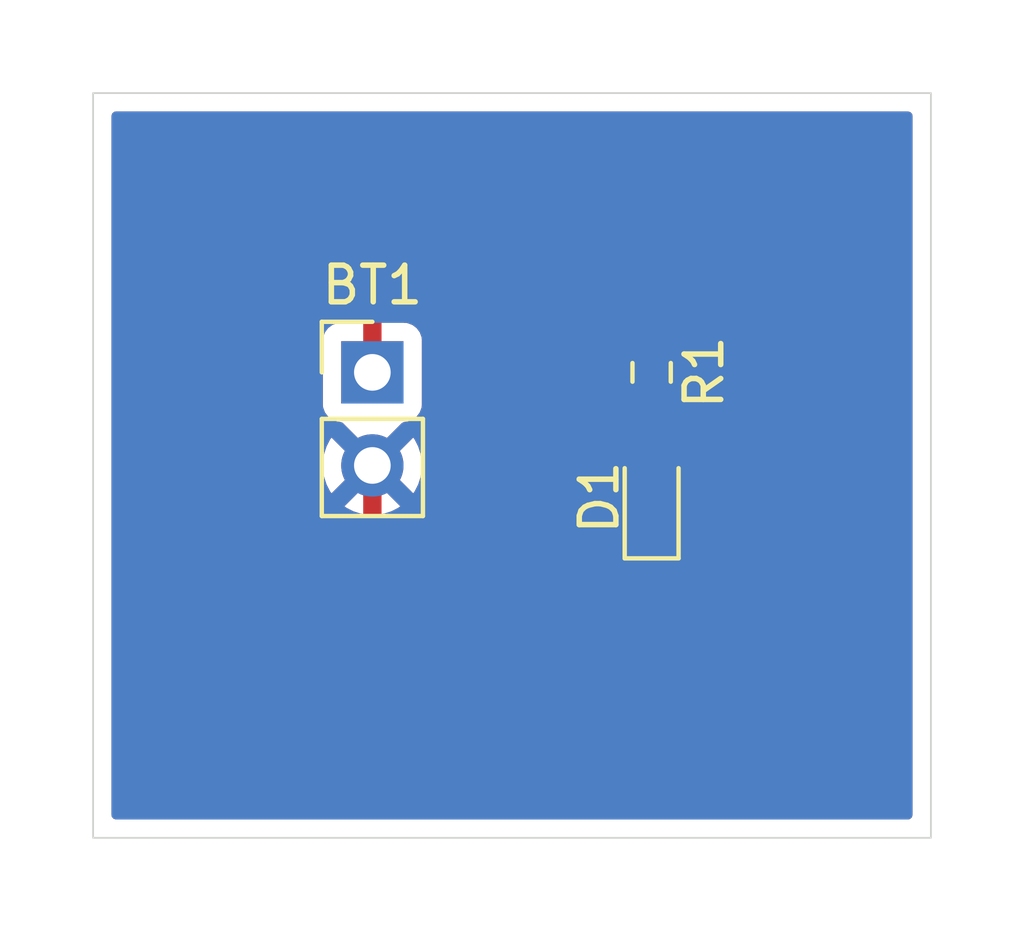
<source format=kicad_pcb>
(kicad_pcb (version 20241229) (generator "pcbnew") (generator_version "9.0")
  (layers (0 "F.Cu" signal) (2 "B.Cu" signal) (13 "F.Paste" user) (15 "B.Paste" user) (5 "F.SilkS" user "F.Silkscreen") (7 "B.SilkS" user "B.Silkscreen") (1 "F.Mask" user) (3 "B.Mask" user) (25 "Edge.Cuts" user))
  (net 0 "")
  (net 1 "Net-(BT1-+)")
  (net 2 "GND")
  (net 3 "Net-(D1-A)")
  (footprint "Resistor_SMD:R_0603_1608Metric_Pad0.98x0.95mm_HandSolder" (layer "F.Cu") (at 50.8 33.02 -90)
    (property "Reference" "R1" (at 0 -1.43 270) (layer "F.SilkS"))
    (property "Value" "1k")
    (fp_line (start -0.254724 0.5225) (end 0.254724 0.5225) (stroke (width 0.12)) (layer "F.SilkS"))
    (fp_line (start -0.254724 -0.5225) (end 0.254724 -0.5225) (stroke (width 0.12)) (layer "F.SilkS"))
    (pad "1" smd roundrect (at -0.9125 0 270) (size 0.975 0.95) (layers "F.Cu" "F.Mask" "F.Paste") (net 1 "Net-(BT1-+)"))
    (pad "2" smd roundrect (at 0.9125 0 270) (size 0.975 0.95) (layers "F.Cu" "F.Mask" "F.Paste") (net 3 "Net-(D1-A)"))
  )
  (footprint "LED_SMD:LED_0603_1608Metric_Pad1.05x0.95mm_HandSolder" (layer "F.Cu") (at 50.8 36.435 90)
    (property "Reference" "D1" (at 0 -1.43 90) (layer "F.SilkS"))
    (property "Value" "LED")
    (fp_line (start 0.8 -0.735) (end -1.66 -0.735) (stroke (width 0.12)) (layer "F.SilkS"))
    (fp_line (start -1.66 -0.735) (end -1.66 0.735) (stroke (width 0.12)) (layer "F.SilkS"))
    (fp_line (start -1.66 0.735) (end 0.8 0.735) (stroke (width 0.12)) (layer "F.SilkS"))
    (pad "1" smd roundrect (at -0.875 0 90) (size 1.05 0.95) (layers "F.Cu" "F.Mask" "F.Paste") (net 2 "GND"))
    (pad "2" smd roundrect (at 0.875 0 90) (size 1.05 0.95) (layers "F.Cu" "F.Mask" "F.Paste") (net 3 "Net-(D1-A)"))
  )
  (footprint "Connector_PinHeader_2.54mm:PinHeader_1x02_P2.54mm_Vertical" (layer "F.Cu") (at 43.18 33.02)
    (property "Reference" "BT1" (at 0 -2.38 0) (layer "F.SilkS"))
    (property "Value" "Battery")
    (fp_line (start -1.38 -1.38) (end 0 -1.38) (stroke (width 0.12)) (layer "F.SilkS"))
    (fp_line (start -1.38 0) (end -1.38 -1.38) (stroke (width 0.12)) (layer "F.SilkS"))
    (fp_line (start -1.38 1.27) (end -1.38 3.92) (stroke (width 0.12)) (layer "F.SilkS"))
    (fp_line (start -1.38 1.27) (end 1.38 1.27) (stroke (width 0.12)) (layer "F.SilkS"))
    (fp_line (start -1.38 3.92) (end 1.38 3.92) (stroke (width 0.12)) (layer "F.SilkS"))
    (fp_line (start 1.38 1.27) (end 1.38 3.92) (stroke (width 0.12)) (layer "F.SilkS"))
    (pad "1" thru_hole rect (at 0 0) (size 1.7 1.7) (drill 1) (layers "*.Cu" "*.Mask") (net 1 "Net-(BT1-+)"))
    (pad "2" thru_hole circle (at 0 2.54) (size 1.7 1.7) (drill 1) (layers "*.Cu" "*.Mask") (net 2 "GND"))
  )
  (gr_rect (start 35.56 25.4) (end 58.42 45.72) (stroke (width 0.05)) (fill no) (layer "Edge.Cuts"))
  (segment (start 43.18 33.02) (end 43.18 30.48) (width 0.5) (layer "F.Cu") (net 1))
  (segment (start 44.45 29.21) (end 49.53 29.21) (width 0.5) (layer "F.Cu") (net 1))
  (segment (start 49.53 29.21) (end 50.8 30.48) (width 0.5) (layer "F.Cu") (net 1))
  (segment (start 50.8 30.48) (end 50.8 32.195) (width 0.5) (layer "F.Cu") (net 1))
  (segment (start 43.18 30.48) (end 44.45 29.21) (width 0.5) (layer "F.Cu") (net 1))
  (segment (start 44.45 39.37) (end 49.53 39.37) (width 0.5) (layer "F.Cu") (net 2))
  (segment (start 43.18 38.1) (end 44.45 39.37) (width 0.5) (layer "F.Cu") (net 2))
  (segment (start 43.18 35.56) (end 43.18 38.1) (width 0.5) (layer "F.Cu") (net 2))
  (segment (start 49.53 39.37) (end 50.8 38.1) (width 0.5) (layer "F.Cu") (net 2))
  (segment (start 50.8 38.1) (end 50.8 37.31) (width 0.5) (layer "F.Cu") (net 2))
  (segment (start 50.8 35.56) (end 50.8 33.9325) (width 0.5) (layer "F.Cu") (net 3))
  (zone (net 2) (net_name "GND") (layers "F.Cu" "B.Cu") (connect_pads (clearance 0.5)) (min_thickness 0.25) (fill yes (thermal_gap 0.5) (thermal_bridge_width 0.5))
    (polygon (pts (xy 33.02 22.86) (xy 33.02 48.26) (xy 60.96 48.26) (xy 60.96 22.86)))
  )
)
</source>
